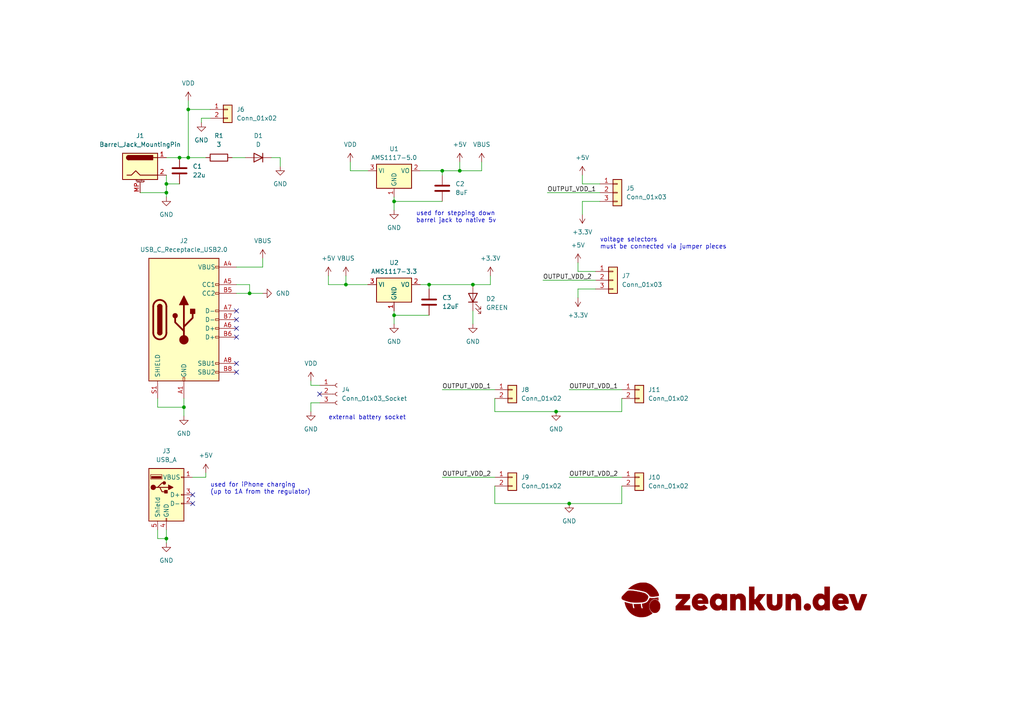
<source format=kicad_sch>
(kicad_sch (version 20230121) (generator eeschema)
  (paper "A4")
  (lib_symbols
    (symbol "Connector:Barrel_Jack_MountingPin" (pin_names hide)
      (property "Reference" "J" (at 0 5.334 0))
      (property "Value" "Barrel_Jack_MountingPin" (at 1.27 -6.35 0))
      (symbol "Barrel_Jack_MountingPin_1_1"
        (text "Mounting" (at 0 -4.191 0) (effects (font (size 0.381 0.381))))
        (pin passive line (at 7.62 2.54 180) (length 2.54) (name "~") (number "1"))
        (pin passive line (at 7.62 -2.54 180) (length 2.54) (name "~") (number "2"))
        (pin passive line (at 0 -7.62 90) (length 3.048) (name "MountPin") (number "MP"))
      )
    )
    (symbol "Connector:Conn_01x03_Socket" (pin_names (offset 1.016) hide)
      (property "Reference" "J" (at 0 5.08 0))
      (property "Value" "Conn_01x03_Socket" (at 0 -5.08 0))
      (symbol "Conn_01x03_Socket_1_1"
        (pin passive line (at -5.08 2.54 0) (length 3.81) (name "Pin_1") (number "1"))
        (pin passive line (at -5.08 0 0) (length 3.81) (name "Pin_2") (number "2"))
        (pin passive line (at -5.08 -2.54 0) (length 3.81) (name "Pin_3") (number "3"))
      )
    )
    (symbol "Connector:USB_A" (pin_names (offset 1.016))
      (property "Reference" "J" (at -5.08 11.43 0))
      (property "Value" "USB_A" (at -5.08 8.89 0))
      (symbol "USB_A_1_1"
        (pin power_in line (at 7.62 5.08 180) (length 2.54) (name "VBUS") (number "1"))
        (pin bidirectional line (at 7.62 -2.54 180) (length 2.54) (name "D-") (number "2"))
        (pin bidirectional line (at 7.62 0 180) (length 2.54) (name "D+") (number "3"))
        (pin power_in line (at 0 -10.16 90) (length 2.54) (name "GND") (number "4"))
        (pin passive line (at -2.54 -10.16 90) (length 2.54) (name "Shield") (number "5"))
      )
    )
    (symbol "Connector:USB_C_Receptacle_USB2.0" (pin_names (offset 1.016))
      (property "Reference" "J" (at -10.16 19.05 0))
      (property "Value" "USB_C_Receptacle_USB2.0" (at 19.05 19.05 0))
      (symbol "USB_C_Receptacle_USB2.0_1_1"
        (pin passive line (at 0 -22.86 90) (length 5.08) (name "GND") (number "A1"))
        (pin passive line (at 0 -22.86 90) (length 5.08) hide (name "GND") (number "A12"))
        (pin passive line (at 15.24 15.24 180) (length 5.08) (name "VBUS") (number "A4"))
        (pin bidirectional line (at 15.24 10.16 180) (length 5.08) (name "CC1") (number "A5"))
        (pin bidirectional line (at 15.24 -2.54 180) (length 5.08) (name "D+") (number "A6"))
        (pin bidirectional line (at 15.24 2.54 180) (length 5.08) (name "D-") (number "A7"))
        (pin bidirectional line (at 15.24 -12.7 180) (length 5.08) (name "SBU1") (number "A8"))
        (pin passive line (at 15.24 15.24 180) (length 5.08) hide (name "VBUS") (number "A9"))
        (pin passive line (at 0 -22.86 90) (length 5.08) hide (name "GND") (number "B1"))
        (pin passive line (at 0 -22.86 90) (length 5.08) hide (name "GND") (number "B12"))
        (pin passive line (at 15.24 15.24 180) (length 5.08) hide (name "VBUS") (number "B4"))
        (pin bidirectional line (at 15.24 7.62 180) (length 5.08) (name "CC2") (number "B5"))
        (pin bidirectional line (at 15.24 -5.08 180) (length 5.08) (name "D+") (number "B6"))
        (pin bidirectional line (at 15.24 0 180) (length 5.08) (name "D-") (number "B7"))
        (pin bidirectional line (at 15.24 -15.24 180) (length 5.08) (name "SBU2") (number "B8"))
        (pin passive line (at 15.24 15.24 180) (length 5.08) hide (name "VBUS") (number "B9"))
        (pin passive line (at -7.62 -22.86 90) (length 5.08) (name "SHIELD") (number "S1"))
      )
    )
    (symbol "Connector_Generic:Conn_01x02" (pin_names (offset 1.016) hide)
      (property "Reference" "J" (at 0 2.54 0))
      (property "Value" "Conn_01x02" (at 0 -5.08 0))
      (symbol "Conn_01x02_1_1"
        (pin passive line (at -5.08 0 0) (length 3.81) (name "Pin_1") (number "1"))
        (pin passive line (at -5.08 -2.54 0) (length 3.81) (name "Pin_2") (number "2"))
      )
    )
    (symbol "Connector_Generic:Conn_01x03" (pin_names (offset 1.016) hide)
      (property "Reference" "J" (at 0 5.08 0))
      (property "Value" "Conn_01x03" (at 0 -5.08 0))
      (symbol "Conn_01x03_1_1"
        (pin passive line (at -5.08 2.54 0) (length 3.81) (name "Pin_1") (number "1"))
        (pin passive line (at -5.08 0 0) (length 3.81) (name "Pin_2") (number "2"))
        (pin passive line (at -5.08 -2.54 0) (length 3.81) (name "Pin_3") (number "3"))
      )
    )
    (symbol "Device:C" (pin_numbers hide) (pin_names (offset 0.254))
      (property "Reference" "C" (at 0.635 2.54 0))
      (property "Value" "C" (at 0.635 -2.54 0))
      (symbol "C_1_1"
        (pin passive line (at 0 3.81 270) (length 2.794) (name "~") (number "1"))
        (pin passive line (at 0 -3.81 90) (length 2.794) (name "~") (number "2"))
      )
    )
    (symbol "Device:D" (pin_numbers hide) (pin_names (offset 1.016) hide)
      (property "Reference" "D" (at 0 2.54 0))
      (property "Value" "D" (at 0 -2.54 0))
      (symbol "D_1_1"
        (pin passive line (at -3.81 0 0) (length 2.54) (name "K") (number "1"))
        (pin passive line (at 3.81 0 180) (length 2.54) (name "A") (number "2"))
      )
    )
    (symbol "Device:LED" (pin_numbers hide) (pin_names (offset 1.016) hide)
      (property "Reference" "D" (at 0 2.54 0))
      (property "Value" "LED" (at 0 -2.54 0))
      (symbol "LED_1_1"
        (pin passive line (at -3.81 0 0) (length 2.54) (name "K") (number "1"))
        (pin passive line (at 3.81 0 180) (length 2.54) (name "A") (number "2"))
      )
    )
    (symbol "Device:R" (pin_numbers hide) (pin_names (offset 0))
      (property "Reference" "R" (at 2.032 0 90))
      (property "Value" "R" (at 0 0 90))
      (symbol "R_1_1"
        (pin passive line (at 0 3.81 270) (length 1.27) (name "~") (number "1"))
        (pin passive line (at 0 -3.81 90) (length 1.27) (name "~") (number "2"))
      )
    )
    (symbol "Regulator_Linear:AMS1117-3.3"
      (property "Reference" "U" (at -3.81 3.175 0))
      (property "Value" "AMS1117-3.3" (at 0 3.175 0))
      (symbol "AMS1117-3.3_1_1"
        (pin power_in line (at 0 -7.62 90) (length 2.54) (name "GND") (number "1"))
        (pin power_out line (at 7.62 0 180) (length 2.54) (name "VO") (number "2"))
        (pin power_in line (at -7.62 0 0) (length 2.54) (name "VI") (number "3"))
      )
    )
    (symbol "Regulator_Linear:AMS1117-5.0"
      (property "Reference" "U" (at -3.81 3.175 0))
      (property "Value" "AMS1117-5.0" (at 0 3.175 0))
      (symbol "AMS1117-5.0_1_1"
        (pin power_in line (at 0 -7.62 90) (length 2.54) (name "GND") (number "1"))
        (pin power_out line (at 7.62 0 180) (length 2.54) (name "VO") (number "2"))
        (pin power_in line (at -7.62 0 0) (length 2.54) (name "VI") (number "3"))
      )
    )
    (symbol "power:+3.3V" (power) (pin_names (offset 0))
      (property "Value" "+3.3V" (at 0 3.556 0))
      (symbol "+3.3V_1_1"
        (pin power_in line (at 0 0 90) (length 0) hide (name "+3.3V") (number "1"))
      )
    )
    (symbol "power:+5V" (power) (pin_names (offset 0))
      (property "Value" "+5V" (at 0 3.556 0))
      (symbol "+5V_1_1"
        (pin power_in line (at 0 0 90) (length 0) hide (name "+5V") (number "1"))
      )
    )
    (symbol "power:GND" (power) (pin_names (offset 0))
      (property "Value" "GND" (at 0 -3.81 0))
      (symbol "GND_1_1"
        (pin power_in line (at 0 0 270) (length 0) hide (name "GND") (number "1"))
      )
    )
    (symbol "power:VBUS" (power) (pin_names (offset 0))
      (property "Value" "VBUS" (at 0 3.81 0))
      (symbol "VBUS_1_1"
        (pin power_in line (at 0 0 90) (length 0) hide (name "VBUS") (number "1"))
      )
    )
    (symbol "power:VDD" (power) (pin_names (offset 0))
      (property "Value" "VDD" (at 0 3.81 0))
      (symbol "VDD_1_1"
        (pin power_in line (at 0 0 90) (length 0) hide (name "VDD") (number "1"))
      )
    )
    (symbol "zeankundev-logo:LOGO" (pin_names (offset 1.016)))
  )
  (junction (at 53.34 118.11))
  (junction (at 54.61 45.72))
  (junction (at 100.33 82.55))
  (junction (at 72.39 85.09))
  (junction (at 161.29 119.38))
  (junction (at 165.1 146.05))
  (junction (at 114.3 91.44))
  (junction (at 114.3 58.42))
  (junction (at 54.61 31.75))
  (junction (at 48.26 55.88))
  (junction (at 133.35 49.53))
  (junction (at 137.16 82.55))
  (junction (at 124.46 82.55))
  (junction (at 48.26 156.21))
  (junction (at 128.27 49.53))
  (junction (at 52.07 45.72))
  (junction (at 48.26 53.34))
  (no_connect (at 68.58 97.79))
  (no_connect (at 68.58 92.71))
  (no_connect (at 55.88 143.51))
  (no_connect (at 68.58 90.17))
  (no_connect (at 55.88 146.05))
  (no_connect (at 68.58 107.95))
  (no_connect (at 92.71 114.3))
  (no_connect (at 68.58 105.41))
  (no_connect (at 68.58 95.25))
  (wire (pts (xy 45.72 115.57) (xy 45.72 118.11)))
  (wire (pts (xy 114.3 58.42) (xy 114.3 60.96)))
  (wire (pts (xy 124.46 82.55) (xy 121.92 82.55)))
  (wire (pts (xy 59.69 45.72) (xy 54.61 45.72)))
  (wire (pts (xy 124.46 82.55) (xy 124.46 83.82)))
  (wire (pts (xy 54.61 45.72) (xy 52.07 45.72)))
  (wire (pts (xy 54.61 29.21) (xy 54.61 31.75)))
  (wire (pts (xy 90.17 111.76) (xy 92.71 111.76)))
  (wire (pts (xy 143.51 119.38) (xy 143.51 115.57)))
  (wire (pts (xy 53.34 115.57) (xy 53.34 118.11)))
  (wire (pts (xy 59.69 137.16) (xy 59.69 138.43)))
  (wire (pts (xy 68.58 77.47) (xy 76.2 77.47)))
  (wire (pts (xy 76.2 74.93) (xy 76.2 77.47)))
  (wire (pts (xy 95.25 82.55) (xy 100.33 82.55)))
  (wire (pts (xy 48.26 55.88) (xy 48.26 57.15)))
  (wire (pts (xy 59.69 138.43) (xy 55.88 138.43)))
  (wire (pts (xy 137.16 82.55) (xy 124.46 82.55)))
  (wire (pts (xy 142.24 80.01) (xy 142.24 82.55)))
  (wire (pts (xy 142.24 82.55) (xy 137.16 82.55)))
  (wire (pts (xy 72.39 82.55) (xy 72.39 85.09)))
  (wire (pts (xy 48.26 53.34) (xy 52.07 53.34)))
  (wire (pts (xy 40.64 55.88) (xy 48.26 55.88)))
  (wire (pts (xy 114.3 91.44) (xy 114.3 93.98)))
  (wire (pts (xy 165.1 113.03) (xy 180.34 113.03)))
  (wire (pts (xy 128.27 113.03) (xy 143.51 113.03)))
  (wire (pts (xy 53.34 118.11) (xy 53.34 120.65)))
  (wire (pts (xy 68.58 82.55) (xy 72.39 82.55)))
  (wire (pts (xy 48.26 53.34) (xy 48.26 55.88)))
  (wire (pts (xy 81.28 48.26) (xy 81.28 45.72)))
  (wire (pts (xy 161.29 119.38) (xy 180.34 119.38)))
  (wire (pts (xy 137.16 90.17) (xy 137.16 93.98)))
  (wire (pts (xy 90.17 116.84) (xy 90.17 119.38)))
  (wire (pts (xy 114.3 57.15) (xy 114.3 58.42)))
  (wire (pts (xy 81.28 45.72) (xy 78.74 45.72)))
  (wire (pts (xy 168.91 53.34) (xy 173.99 53.34)))
  (wire (pts (xy 128.27 138.43) (xy 143.51 138.43)))
  (wire (pts (xy 180.34 115.57) (xy 180.34 119.38)))
  (wire (pts (xy 167.64 78.74) (xy 172.72 78.74)))
  (wire (pts (xy 173.99 58.42) (xy 168.91 58.42)))
  (wire (pts (xy 45.72 156.21) (xy 48.26 156.21)))
  (wire (pts (xy 100.33 80.01) (xy 100.33 82.55)))
  (wire (pts (xy 143.51 146.05) (xy 165.1 146.05)))
  (wire (pts (xy 128.27 49.53) (xy 121.92 49.53)))
  (wire (pts (xy 95.25 80.01) (xy 95.25 82.55)))
  (wire (pts (xy 101.6 46.99) (xy 101.6 49.53)))
  (wire (pts (xy 68.58 85.09) (xy 72.39 85.09)))
  (wire (pts (xy 48.26 50.8) (xy 48.26 53.34)))
  (wire (pts (xy 54.61 31.75) (xy 60.96 31.75)))
  (wire (pts (xy 58.42 34.29) (xy 58.42 35.56)))
  (wire (pts (xy 114.3 91.44) (xy 124.46 91.44)))
  (wire (pts (xy 128.27 49.53) (xy 128.27 50.8)))
  (wire (pts (xy 114.3 90.17) (xy 114.3 91.44)))
  (wire (pts (xy 45.72 153.67) (xy 45.72 156.21)))
  (wire (pts (xy 54.61 31.75) (xy 54.61 45.72)))
  (wire (pts (xy 161.29 119.38) (xy 143.51 119.38)))
  (wire (pts (xy 133.35 49.53) (xy 128.27 49.53)))
  (wire (pts (xy 114.3 58.42) (xy 128.27 58.42)))
  (wire (pts (xy 60.96 34.29) (xy 58.42 34.29)))
  (wire (pts (xy 52.07 45.72) (xy 48.26 45.72)))
  (wire (pts (xy 168.91 58.42) (xy 168.91 62.23)))
  (wire (pts (xy 167.64 76.2) (xy 167.64 78.74)))
  (wire (pts (xy 143.51 140.97) (xy 143.51 146.05)))
  (wire (pts (xy 45.72 118.11) (xy 53.34 118.11)))
  (wire (pts (xy 90.17 110.49) (xy 90.17 111.76)))
  (wire (pts (xy 71.12 45.72) (xy 67.31 45.72)))
  (wire (pts (xy 158.75 55.88) (xy 173.99 55.88)))
  (wire (pts (xy 168.91 50.8) (xy 168.91 53.34)))
  (wire (pts (xy 165.1 138.43) (xy 180.34 138.43)))
  (wire (pts (xy 180.34 146.05) (xy 180.34 140.97)))
  (wire (pts (xy 100.33 82.55) (xy 106.68 82.55)))
  (wire (pts (xy 48.26 156.21) (xy 48.26 157.48)))
  (wire (pts (xy 139.7 46.99) (xy 139.7 49.53)))
  (wire (pts (xy 139.7 49.53) (xy 133.35 49.53)))
  (wire (pts (xy 133.35 46.99) (xy 133.35 49.53)))
  (wire (pts (xy 157.48 81.28) (xy 172.72 81.28)))
  (wire (pts (xy 167.64 83.82) (xy 167.64 86.36)))
  (wire (pts (xy 48.26 153.67) (xy 48.26 156.21)))
  (wire (pts (xy 72.39 85.09) (xy 76.2 85.09)))
  (wire (pts (xy 92.71 116.84) (xy 90.17 116.84)))
  (wire (pts (xy 165.1 146.05) (xy 180.34 146.05)))
  (wire (pts (xy 172.72 83.82) (xy 167.64 83.82)))
  (wire (pts (xy 101.6 49.53) (xy 106.68 49.53)))
  (text "voltage selectors\nmust be connected via jumper pieces" (at 173.99 72.39 0) (effects (font (size 1.27 1.27)) (justify left bottom)))
  (text "used for stepping down\nbarrel jack to native 5v" (at 120.65 64.77 0) (effects (font (size 1.27 1.27)) (justify left bottom)))
  (text "used for iPhone charging\n(up to 1A from the regulator)" (at 60.96 143.51 0) (effects (font (size 1.27 1.27)) (justify left bottom)))
  (text "external battery socket" (at 95.25 121.92 0) (effects (font (size 1.27 1.27)) (justify left bottom)))
  (label "OUTPUT_VDD_1" (at 165.1 113.03 0))
  (label "OUTPUT_VDD_1" (at 158.75 55.88 0))
  (label "OUTPUT_VDD_1" (at 128.27 113.03 0))
  (label "OUTPUT_VDD_2" (at 128.27 138.43 0))
  (label "OUTPUT_VDD_2" (at 157.48 81.28 0))
  (label "OUTPUT_VDD_2" (at 165.1 138.43 0))
  (symbol (lib_id "power:GND") (at 53.34 120.65 0) (unit 1)
    (property "Reference" "#PWR06" (effects hide))
    (property "Value" "GND" (at 53.34 125.73 0))
  )
  (symbol (lib_id "power:+5V") (at 95.25 80.01 0) (unit 1)
    (property "Reference" "#PWR013" (effects hide))
    (property "Value" "+5V" (at 95.25 74.93 0))
  )
  (symbol (lib_id "power:+5V") (at 133.35 46.99 0) (unit 1)
    (property "Reference" "#PWR09" (effects hide))
    (property "Value" "+5V" (at 133.35 41.91 0))
  )
  (symbol (lib_id "power:+5V") (at 167.64 76.2 0) (unit 1)
    (property "Reference" "#PWR021" (effects hide))
    (property "Value" "+5V" (at 167.64 71.12 0))
  )
  (symbol (lib_id "Connector_Generic:Conn_01x03") (at 177.8 81.28 0) (unit 1)
    (property "Reference" "J7" (at 180.34 80.01 0) (effects (justify left)))
    (property "Value" "Conn_01x03" (at 180.34 82.55 0) (effects (justify left)))
    (property "Footprint" "Connector_PinSocket_2.54mm:PinSocket_1x03_P2.54mm_Vertical" (effects hide))
  )
  (symbol (lib_id "power:GND") (at 161.29 119.38 0) (unit 1)
    (property "Reference" "#PWR023" (effects hide))
    (property "Value" "GND" (at 161.29 124.46 0))
  )
  (symbol (lib_id "Connector_Generic:Conn_01x02") (at 185.42 113.03 0) (unit 1)
    (property "Reference" "J11" (at 187.96 113.03 0) (effects (justify left)))
    (property "Value" "Conn_01x02" (at 187.96 115.57 0) (effects (justify left)))
    (property "Footprint" "Connector_PinHeader_2.54mm:PinHeader_1x02_P2.54mm_Vertical" (effects hide))
  )
  (symbol (lib_id "Connector_Generic:Conn_01x02") (at 148.59 113.03 0) (unit 1)
    (property "Reference" "J8" (at 151.13 113.03 0) (effects (justify left)))
    (property "Value" "Conn_01x02" (at 151.13 115.57 0) (effects (justify left)))
    (property "Footprint" "Connector_PinHeader_2.54mm:PinHeader_1x02_P2.54mm_Vertical" (effects hide))
  )
  (symbol (lib_id "power:GND") (at 114.3 93.98 0) (unit 1)
    (property "Reference" "#PWR012" (effects hide))
    (property "Value" "GND" (at 114.3 99.06 0))
  )
  (symbol (lib_id "Device:LED") (at 137.16 86.36 90) (unit 1)
    (property "Reference" "D2" (at 140.97 86.6775 90) (effects (justify right)))
    (property "Value" "GREEN" (at 140.97 89.2175 90) (effects (justify right)))
    (property "Footprint" "LED_SMD:LED_0402_1005Metric" (effects hide))
  )
  (symbol (lib_id "Regulator_Linear:AMS1117-5.0") (at 114.3 49.53 0) (unit 1)
    (property "Reference" "U1" (at 114.3 43.18 0))
    (property "Value" "AMS1117-5.0" (at 114.3 45.72 0))
    (property "Footprint" "Package_TO_SOT_SMD:SOT-223-3_TabPin2" (effects hide))
    (property "Datasheet" "http://www.advanced-monolithic.com/pdf/ds1117.pdf" (effects hide))
  )
  (symbol (lib_id "Connector_Generic:Conn_01x03") (at 179.07 55.88 0) (unit 1)
    (property "Reference" "J5" (at 181.61 54.61 0) (effects (justify left)))
    (property "Value" "Conn_01x03" (at 181.61 57.15 0) (effects (justify left)))
    (property "Footprint" "Connector_PinHeader_2.54mm:PinHeader_1x03_P2.54mm_Vertical" (effects hide))
  )
  (symbol (lib_id "Connector:USB_C_Receptacle_USB2.0") (at 53.34 92.71 0) (unit 1)
    (property "Reference" "J2" (at 53.34 69.85 0))
    (property "Value" "USB_C_Receptacle_USB2.0" (at 53.34 72.39 0))
    (property "Footprint" "Connector_USB:USB_C_Receptacle_G-Switch_GT-USB-7010ASV" (effects hide))
    (property "Datasheet" "https://www.usb.org/sites/default/files/documents/usb_type-c.zip" (effects hide))
  )
  (symbol (lib_id "Connector:Barrel_Jack_MountingPin") (at 40.64 48.26 0) (unit 1)
    (property "Reference" "J1" (at 40.64 39.37 0))
    (property "Value" "Barrel_Jack_MountingPin" (at 40.64 41.91 0))
    (property "Footprint" "Connector_BarrelJack:BarrelJack_Horizontal" (effects hide))
  )
  (symbol (lib_id "zeankundev-logo:LOGO") (at 215.9 173.99 0) (unit 1)
    (property "Reference" "#G1" (effects hide))
    (property "Value" "LOGO" (effects hide))
  )
  (symbol (lib_id "Device:D") (at 74.93 45.72 180) (unit 1)
    (property "Reference" "D1" (at 74.93 39.37 0))
    (property "Value" "D" (at 74.93 41.91 0))
    (property "Footprint" "Diode_SMD:D_0603_1608Metric" (effects hide))
    (property "Sim.Device" "D" (effects hide))
    (property "Sim.Pins" "1=K 2=A" (effects hide))
  )
  (symbol (lib_id "Connector:Conn_01x03_Socket") (at 97.79 114.3 0) (unit 1)
    (property "Reference" "J4" (at 99.06 113.03 0) (effects (justify left)))
    (property "Value" "Conn_01x03_Socket" (at 99.06 115.57 0) (effects (justify left)))
    (property "Footprint" "Connector_JST:JST_XH_B3B-XH-AM_1x03_P2.50mm_Vertical" (effects hide))
  )
  (symbol (lib_id "Connector:USB_A") (at 48.26 143.51 0) (unit 1)
    (property "Reference" "J3" (at 48.26 130.81 0))
    (property "Value" "USB_A" (at 48.26 133.35 0))
    (property "Footprint" "Connector_USB:USB_A_Receptacle_GCT_USB1046" (effects hide))
    (property "Datasheet" " ~" (effects hide))
  )
  (symbol (lib_id "power:GND") (at 90.17 119.38 0) (unit 1)
    (property "Reference" "#PWR017" (effects hide))
    (property "Value" "GND" (at 90.17 124.46 0))
  )
  (symbol (lib_id "power:VDD") (at 101.6 46.99 0) (unit 1)
    (property "Reference" "#PWR08" (effects hide))
    (property "Value" "VDD" (at 101.6 41.91 0))
  )
  (symbol (lib_id "power:GND") (at 58.42 35.56 0) (unit 1)
    (property "Reference" "#PWR018" (effects hide))
    (property "Value" "GND" (at 58.42 40.64 0))
  )
  (symbol (lib_id "power:GND") (at 76.2 85.09 90) (unit 1)
    (property "Reference" "#PWR05" (effects hide))
    (property "Value" "GND" (at 80.01 85.09 90) (effects (justify right)))
  )
  (symbol (lib_id "power:GND") (at 137.16 93.98 0) (unit 1)
    (property "Reference" "#PWR015" (effects hide))
    (property "Value" "GND" (at 137.16 99.06 0))
  )
  (symbol (lib_id "power:+5V") (at 168.91 50.8 0) (unit 1)
    (property "Reference" "#PWR019" (effects hide))
    (property "Value" "+5V" (at 168.91 45.72 0))
  )
  (symbol (lib_id "Connector_Generic:Conn_01x02") (at 66.04 31.75 0) (unit 1)
    (property "Reference" "J6" (at 68.58 31.75 0) (effects (justify left)))
    (property "Value" "Conn_01x02" (at 68.58 34.29 0) (effects (justify left)))
    (property "Footprint" "Connector_PinSocket_2.54mm:PinSocket_1x02_P2.54mm_Vertical" (effects hide))
  )
  (symbol (lib_id "power:+3.3V") (at 168.91 62.23 180) (unit 1)
    (property "Reference" "#PWR020" (effects hide))
    (property "Value" "+3.3V" (at 168.91 67.31 0))
  )
  (symbol (lib_id "power:VBUS") (at 76.2 74.93 0) (unit 1)
    (property "Reference" "#PWR04" (effects hide))
    (property "Value" "VBUS" (at 76.2 69.85 0))
  )
  (symbol (lib_id "power:+5V") (at 59.69 137.16 0) (unit 1)
    (property "Reference" "#PWR010" (effects hide))
    (property "Value" "+5V" (at 59.69 132.08 0))
  )
  (symbol (lib_id "Connector_Generic:Conn_01x02") (at 185.42 138.43 0) (unit 1)
    (property "Reference" "J10" (at 187.96 138.43 0) (effects (justify left)))
    (property "Value" "Conn_01x02" (at 187.96 140.97 0) (effects (justify left)))
    (property "Footprint" "Connector_PinHeader_2.54mm:PinHeader_1x02_P2.54mm_Vertical" (effects hide))
  )
  (symbol (lib_id "power:VBUS") (at 139.7 46.99 0) (unit 1)
    (property "Reference" "#PWR025" (effects hide))
    (property "Value" "VBUS" (at 139.7 41.91 0))
  )
  (symbol (lib_id "power:GND") (at 165.1 146.05 0) (unit 1)
    (property "Reference" "#PWR024" (effects hide))
    (property "Value" "GND" (at 165.1 151.13 0))
  )
  (symbol (lib_id "Device:C") (at 128.27 54.61 0) (unit 1)
    (property "Reference" "C2" (at 132.08 53.34 0) (effects (justify left)))
    (property "Value" "8uF" (at 132.08 55.88 0) (effects (justify left)))
    (property "Footprint" "Capacitor_SMD:C_0402_1005Metric" (effects hide))
  )
  (symbol (lib_id "power:VDD") (at 90.17 110.49 0) (unit 1)
    (property "Reference" "#PWR016" (effects hide))
    (property "Value" "VDD" (at 90.17 105.41 0))
  )
  (symbol (lib_id "power:+3.3V") (at 142.24 80.01 0) (unit 1)
    (property "Reference" "#PWR014" (effects hide))
    (property "Value" "+3.3V" (at 142.24 74.93 0))
  )
  (symbol (lib_id "power:VBUS") (at 100.33 80.01 0) (unit 1)
    (property "Reference" "#PWR026" (effects hide))
    (property "Value" "VBUS" (at 100.33 74.93 0))
  )
  (symbol (lib_id "power:VDD") (at 54.61 29.21 0) (unit 1)
    (property "Reference" "#PWR02" (effects hide))
    (property "Value" "VDD" (at 54.61 24.13 0))
  )
  (symbol (lib_id "Connector_Generic:Conn_01x02") (at 148.59 138.43 0) (unit 1)
    (property "Reference" "J9" (at 151.13 138.43 0) (effects (justify left)))
    (property "Value" "Conn_01x02" (at 151.13 140.97 0) (effects (justify left)))
    (property "Footprint" "Connector_PinHeader_2.54mm:PinHeader_1x02_P2.54mm_Vertical" (effects hide))
  )
  (symbol (lib_id "power:+3.3V") (at 167.64 86.36 180) (unit 1)
    (property "Reference" "#PWR022" (effects hide))
    (property "Value" "+3.3V" (at 167.64 91.44 0))
  )
  (symbol (lib_id "Device:C") (at 124.46 87.63 0) (unit 1)
    (property "Reference" "C3" (at 128.27 86.36 0) (effects (justify left)))
    (property "Value" "12uF" (at 128.27 88.9 0) (effects (justify left)))
    (property "Footprint" "Capacitor_SMD:C_0402_1005Metric" (effects hide))
  )
  (symbol (lib_id "power:GND") (at 81.28 48.26 0) (unit 1)
    (property "Reference" "#PWR03" (effects hide))
    (property "Value" "GND" (at 81.28 53.34 0))
  )
  (symbol (lib_id "power:GND") (at 114.3 60.96 0) (unit 1)
    (property "Reference" "#PWR07" (effects hide))
    (property "Value" "GND" (at 114.3 66.04 0))
  )
  (symbol (lib_id "power:GND") (at 48.26 157.48 0) (unit 1)
    (property "Reference" "#PWR011" (effects hide))
    (property "Value" "GND" (at 48.26 162.56 0))
  )
  (symbol (lib_id "Device:R") (at 63.5 45.72 90) (unit 1)
    (property "Reference" "R1" (at 63.5 39.37 90))
    (property "Value" "3" (at 63.5 41.91 90))
    (property "Footprint" "Resistor_SMD:R_0402_1005Metric" (effects hide))
  )
  (symbol (lib_id "Regulator_Linear:AMS1117-3.3") (at 114.3 82.55 0) (unit 1)
    (property "Reference" "U2" (at 114.3 76.2 0))
    (property "Value" "AMS1117-3.3" (at 114.3 78.74 0))
    (property "Footprint" "Package_TO_SOT_SMD:SOT-223-3_TabPin2" (effects hide))
    (property "Datasheet" "http://www.advanced-monolithic.com/pdf/ds1117.pdf" (effects hide))
  )
  (symbol (lib_id "power:GND") (at 48.26 57.15 0) (unit 1)
    (property "Reference" "#PWR01" (effects hide))
    (property "Value" "GND" (at 48.26 62.23 0))
  )
  (symbol (lib_id "Device:C") (at 52.07 49.53 0) (unit 1)
    (property "Reference" "C1" (at 55.88 48.26 0) (effects (justify left)))
    (property "Value" "22u" (at 55.88 50.8 0) (effects (justify left)))
    (property "Footprint" "Capacitor_SMD:C_0402_1005Metric" (effects hide))
  )
)
</source>
